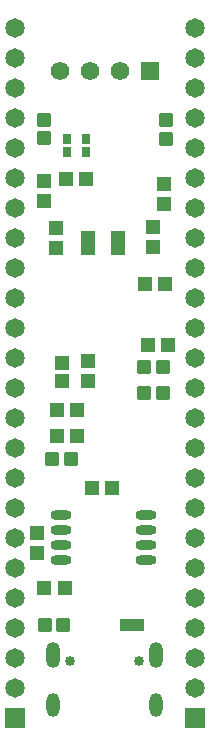
<source format=gbr>
%TF.GenerationSoftware,Altium Limited,Altium Designer,22.10.1 (41)*%
G04 Layer_Color=16711935*
%FSLAX45Y45*%
%MOMM*%
%TF.SameCoordinates,F1D13F34-3715-448E-B12D-83C564530F5A*%
%TF.FilePolarity,Negative*%
%TF.FileFunction,Soldermask,Bot*%
%TF.Part,Single*%
G01*
G75*
%TA.AperFunction,SMDPad,CuDef*%
%ADD39R,1.20320X1.30320*%
%ADD40R,1.17320X1.20320*%
%ADD41R,1.00320X1.00320*%
G04:AMPARAMS|DCode=42|XSize=1.1432mm|YSize=1.2232mm|CornerRadius=0.1956mm|HoleSize=0mm|Usage=FLASHONLY|Rotation=0.000|XOffset=0mm|YOffset=0mm|HoleType=Round|Shape=RoundedRectangle|*
%AMROUNDEDRECTD42*
21,1,1.14320,0.83200,0,0,0.0*
21,1,0.75200,1.22320,0,0,0.0*
1,1,0.39120,0.37600,-0.41600*
1,1,0.39120,-0.37600,-0.41600*
1,1,0.39120,-0.37600,0.41600*
1,1,0.39120,0.37600,0.41600*
%
%ADD42ROUNDEDRECTD42*%
%ADD43R,1.30320X1.20320*%
%ADD44O,1.80320X0.80320*%
%ADD45R,1.30320X2.10320*%
%ADD46R,0.70320X0.90320*%
G04:AMPARAMS|DCode=47|XSize=1.1432mm|YSize=1.2232mm|CornerRadius=0.1956mm|HoleSize=0mm|Usage=FLASHONLY|Rotation=90.000|XOffset=0mm|YOffset=0mm|HoleType=Round|Shape=RoundedRectangle|*
%AMROUNDEDRECTD47*
21,1,1.14320,0.83200,0,0,90.0*
21,1,0.75200,1.22320,0,0,90.0*
1,1,0.39120,0.41600,0.37600*
1,1,0.39120,0.41600,-0.37600*
1,1,0.39120,-0.41600,-0.37600*
1,1,0.39120,-0.41600,0.37600*
%
%ADD47ROUNDEDRECTD47*%
%TA.AperFunction,ComponentPad*%
%ADD48R,1.65120X1.65120*%
%ADD49C,1.65120*%
%ADD50O,1.20320X2.20320*%
%ADD51O,1.10320X2.00320*%
%ADD52C,0.85320*%
%ADD53C,1.57320*%
%ADD54R,1.57320X1.57320*%
%TA.AperFunction,ViaPad*%
%ADD55C,0.65320*%
D39*
X4515002Y5914999D02*
D03*
Y5744999D02*
D03*
X3504801Y5940699D02*
D03*
Y5770699D02*
D03*
X3445000Y2955000D02*
D03*
Y2785000D02*
D03*
X3875900Y4241101D02*
D03*
Y4411101D02*
D03*
X4425198Y5379300D02*
D03*
Y5549300D02*
D03*
X3605199Y5369302D02*
D03*
Y5539302D02*
D03*
D40*
X3652999Y4394901D02*
D03*
Y4247901D02*
D03*
D41*
X4195000Y2175000D02*
D03*
X4295000D02*
D03*
D42*
X3505998Y2180002D02*
D03*
X3663998D02*
D03*
X3572500Y3580000D02*
D03*
X3730500D02*
D03*
X4345998Y4359998D02*
D03*
X4503999D02*
D03*
X4347002Y4145000D02*
D03*
X4505002D02*
D03*
D43*
X3504300Y2492300D02*
D03*
X3674300D02*
D03*
X3909966Y3334798D02*
D03*
X4079966D02*
D03*
X3610000Y3782500D02*
D03*
X3780000D02*
D03*
X3780701Y3995198D02*
D03*
X3610701D02*
D03*
X4552499Y4552500D02*
D03*
X4382499D02*
D03*
X4355000Y5065000D02*
D03*
X4525000D02*
D03*
X3689299Y5954803D02*
D03*
X3859299D02*
D03*
D44*
X3646698Y3110003D02*
D03*
Y2983003D02*
D03*
Y2856003D02*
D03*
Y2729003D02*
D03*
X4366698D02*
D03*
Y2856003D02*
D03*
Y2983003D02*
D03*
Y3110003D02*
D03*
D45*
X3874998Y5415002D02*
D03*
X4124998D02*
D03*
D46*
X3696299Y6179102D02*
D03*
Y6289102D02*
D03*
X3856299Y6179102D02*
D03*
Y6289102D02*
D03*
D47*
X3504425Y6297245D02*
D03*
Y6455246D02*
D03*
X4537500Y6297000D02*
D03*
Y6455000D02*
D03*
D48*
X4777000Y1395000D02*
D03*
X3253000Y1395000D02*
D03*
D49*
X4777000Y1649000D02*
D03*
Y1903000D02*
D03*
Y2157000D02*
D03*
Y2411000D02*
D03*
Y2665000D02*
D03*
Y2919000D02*
D03*
Y3173000D02*
D03*
Y3427000D02*
D03*
Y3681000D02*
D03*
Y3935000D02*
D03*
Y4189000D02*
D03*
Y4443000D02*
D03*
Y4697000D02*
D03*
Y4951000D02*
D03*
Y5205000D02*
D03*
Y5459000D02*
D03*
Y5713000D02*
D03*
Y5967000D02*
D03*
Y6221000D02*
D03*
Y6475000D02*
D03*
Y6729000D02*
D03*
Y6983000D02*
D03*
Y7237000D02*
D03*
X3253000Y1649000D02*
D03*
Y1903000D02*
D03*
Y2157000D02*
D03*
Y2411000D02*
D03*
Y2665000D02*
D03*
Y2919000D02*
D03*
Y3173000D02*
D03*
Y3427000D02*
D03*
Y3681000D02*
D03*
Y3935000D02*
D03*
Y4189000D02*
D03*
Y4443000D02*
D03*
Y4697000D02*
D03*
Y4951000D02*
D03*
Y5205000D02*
D03*
Y5459000D02*
D03*
Y5713000D02*
D03*
Y5967000D02*
D03*
Y6221000D02*
D03*
Y6475000D02*
D03*
Y6729000D02*
D03*
Y6983000D02*
D03*
Y7237000D02*
D03*
D50*
X4447500Y1920000D02*
D03*
X3580700Y1921600D02*
D03*
D51*
X4445700Y1503600D02*
D03*
X3580700D02*
D03*
D52*
X4302200Y1873600D02*
D03*
X3724200D02*
D03*
D53*
X3634501Y6872500D02*
D03*
X3888501D02*
D03*
X4142501D02*
D03*
D54*
X4396501D02*
D03*
D55*
X4517500Y5750000D02*
D03*
X4535000Y6292500D02*
D03*
X3660000Y2980000D02*
D03*
X3445000Y2785000D02*
D03*
X3504425Y6297248D02*
D03*
%TF.MD5,c8ffd4fa1c7355eafad435718dea4203*%
M02*

</source>
